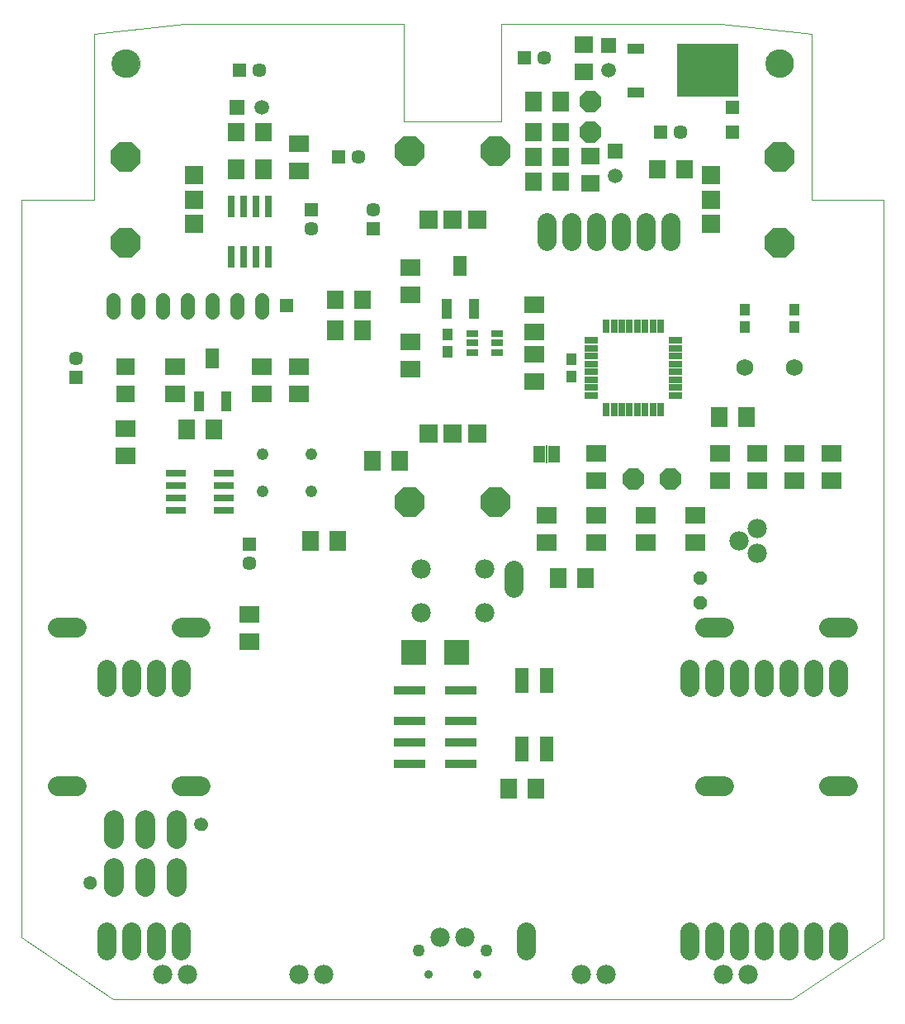
<source format=gts>
G75*
%MOIN*%
%OFA0B0*%
%FSLAX25Y25*%
%IPPOS*%
%LPD*%
%AMOC8*
5,1,8,0,0,1.08239X$1,22.5*
%
%ADD10C,0.00000*%
%ADD11R,0.05715X0.05715*%
%ADD12C,0.05715*%
%ADD13R,0.04337X0.04731*%
%ADD14R,0.07487X0.06699*%
%ADD15C,0.04900*%
%ADD16R,0.06699X0.07487*%
%ADD17C,0.05943*%
%ADD18R,0.05943X0.05943*%
%ADD19R,0.02800X0.09100*%
%ADD20C,0.07800*%
%ADD21R,0.06699X0.08274*%
%ADD22R,0.08274X0.06699*%
%ADD23R,0.03943X0.08274*%
%ADD24R,0.05518X0.08274*%
%ADD25R,0.00600X0.07200*%
%ADD26R,0.05000X0.06700*%
%ADD27R,0.07800X0.07800*%
%ADD28OC8,0.12211*%
%ADD29R,0.05600X0.05600*%
%ADD30C,0.05600*%
%ADD31R,0.08200X0.02600*%
%ADD32R,0.05400X0.02600*%
%ADD33R,0.02600X0.05400*%
%ADD34C,0.06900*%
%ADD35R,0.05124X0.02565*%
%ADD36C,0.07800*%
%ADD37OC8,0.05600*%
%ADD38R,0.12605X0.03550*%
%ADD39R,0.05400X0.10400*%
%ADD40C,0.08077*%
%ADD41R,0.06699X0.04337*%
%ADD42R,0.24809X0.21660*%
%ADD43OC8,0.08900*%
%ADD44R,0.09849X0.09849*%
%ADD45R,0.05400X0.05400*%
%ADD46C,0.05321*%
%ADD47C,0.03500*%
%ADD48C,0.05000*%
%ADD49C,0.11424*%
D10*
X0035161Y0051300D02*
X0035161Y0349135D01*
X0035161Y0051300D01*
X0072169Y0026300D01*
X0125280Y0026300D01*
X0238075Y0026300D01*
X0346185Y0026300D01*
X0383193Y0051103D01*
X0383193Y0349135D01*
X0354059Y0349135D01*
X0354059Y0416064D01*
X0317445Y0420001D01*
X0228862Y0420001D01*
X0228862Y0380631D01*
X0189492Y0380631D01*
X0189492Y0420001D01*
X0100909Y0420001D01*
X0064295Y0416064D01*
X0064295Y0349135D01*
X0035161Y0349135D01*
X0071775Y0404253D02*
X0071777Y0404401D01*
X0071783Y0404549D01*
X0071793Y0404697D01*
X0071807Y0404844D01*
X0071825Y0404991D01*
X0071846Y0405137D01*
X0071872Y0405283D01*
X0071902Y0405428D01*
X0071935Y0405572D01*
X0071973Y0405715D01*
X0072014Y0405857D01*
X0072059Y0405998D01*
X0072107Y0406138D01*
X0072160Y0406277D01*
X0072216Y0406414D01*
X0072276Y0406549D01*
X0072339Y0406683D01*
X0072406Y0406815D01*
X0072477Y0406945D01*
X0072551Y0407073D01*
X0072628Y0407199D01*
X0072709Y0407323D01*
X0072793Y0407445D01*
X0072880Y0407564D01*
X0072971Y0407681D01*
X0073065Y0407796D01*
X0073161Y0407908D01*
X0073261Y0408018D01*
X0073363Y0408124D01*
X0073469Y0408228D01*
X0073577Y0408329D01*
X0073688Y0408427D01*
X0073801Y0408523D01*
X0073917Y0408615D01*
X0074035Y0408704D01*
X0074156Y0408789D01*
X0074279Y0408872D01*
X0074404Y0408951D01*
X0074531Y0409027D01*
X0074660Y0409099D01*
X0074791Y0409168D01*
X0074924Y0409233D01*
X0075059Y0409294D01*
X0075195Y0409352D01*
X0075332Y0409407D01*
X0075471Y0409457D01*
X0075612Y0409504D01*
X0075753Y0409547D01*
X0075896Y0409587D01*
X0076040Y0409622D01*
X0076184Y0409654D01*
X0076330Y0409681D01*
X0076476Y0409705D01*
X0076623Y0409725D01*
X0076770Y0409741D01*
X0076917Y0409753D01*
X0077065Y0409761D01*
X0077213Y0409765D01*
X0077361Y0409765D01*
X0077509Y0409761D01*
X0077657Y0409753D01*
X0077804Y0409741D01*
X0077951Y0409725D01*
X0078098Y0409705D01*
X0078244Y0409681D01*
X0078390Y0409654D01*
X0078534Y0409622D01*
X0078678Y0409587D01*
X0078821Y0409547D01*
X0078962Y0409504D01*
X0079103Y0409457D01*
X0079242Y0409407D01*
X0079379Y0409352D01*
X0079515Y0409294D01*
X0079650Y0409233D01*
X0079783Y0409168D01*
X0079914Y0409099D01*
X0080043Y0409027D01*
X0080170Y0408951D01*
X0080295Y0408872D01*
X0080418Y0408789D01*
X0080539Y0408704D01*
X0080657Y0408615D01*
X0080773Y0408523D01*
X0080886Y0408427D01*
X0080997Y0408329D01*
X0081105Y0408228D01*
X0081211Y0408124D01*
X0081313Y0408018D01*
X0081413Y0407908D01*
X0081509Y0407796D01*
X0081603Y0407681D01*
X0081694Y0407564D01*
X0081781Y0407445D01*
X0081865Y0407323D01*
X0081946Y0407199D01*
X0082023Y0407073D01*
X0082097Y0406945D01*
X0082168Y0406815D01*
X0082235Y0406683D01*
X0082298Y0406549D01*
X0082358Y0406414D01*
X0082414Y0406277D01*
X0082467Y0406138D01*
X0082515Y0405998D01*
X0082560Y0405857D01*
X0082601Y0405715D01*
X0082639Y0405572D01*
X0082672Y0405428D01*
X0082702Y0405283D01*
X0082728Y0405137D01*
X0082749Y0404991D01*
X0082767Y0404844D01*
X0082781Y0404697D01*
X0082791Y0404549D01*
X0082797Y0404401D01*
X0082799Y0404253D01*
X0082797Y0404105D01*
X0082791Y0403957D01*
X0082781Y0403809D01*
X0082767Y0403662D01*
X0082749Y0403515D01*
X0082728Y0403369D01*
X0082702Y0403223D01*
X0082672Y0403078D01*
X0082639Y0402934D01*
X0082601Y0402791D01*
X0082560Y0402649D01*
X0082515Y0402508D01*
X0082467Y0402368D01*
X0082414Y0402229D01*
X0082358Y0402092D01*
X0082298Y0401957D01*
X0082235Y0401823D01*
X0082168Y0401691D01*
X0082097Y0401561D01*
X0082023Y0401433D01*
X0081946Y0401307D01*
X0081865Y0401183D01*
X0081781Y0401061D01*
X0081694Y0400942D01*
X0081603Y0400825D01*
X0081509Y0400710D01*
X0081413Y0400598D01*
X0081313Y0400488D01*
X0081211Y0400382D01*
X0081105Y0400278D01*
X0080997Y0400177D01*
X0080886Y0400079D01*
X0080773Y0399983D01*
X0080657Y0399891D01*
X0080539Y0399802D01*
X0080418Y0399717D01*
X0080295Y0399634D01*
X0080170Y0399555D01*
X0080043Y0399479D01*
X0079914Y0399407D01*
X0079783Y0399338D01*
X0079650Y0399273D01*
X0079515Y0399212D01*
X0079379Y0399154D01*
X0079242Y0399099D01*
X0079103Y0399049D01*
X0078962Y0399002D01*
X0078821Y0398959D01*
X0078678Y0398919D01*
X0078534Y0398884D01*
X0078390Y0398852D01*
X0078244Y0398825D01*
X0078098Y0398801D01*
X0077951Y0398781D01*
X0077804Y0398765D01*
X0077657Y0398753D01*
X0077509Y0398745D01*
X0077361Y0398741D01*
X0077213Y0398741D01*
X0077065Y0398745D01*
X0076917Y0398753D01*
X0076770Y0398765D01*
X0076623Y0398781D01*
X0076476Y0398801D01*
X0076330Y0398825D01*
X0076184Y0398852D01*
X0076040Y0398884D01*
X0075896Y0398919D01*
X0075753Y0398959D01*
X0075612Y0399002D01*
X0075471Y0399049D01*
X0075332Y0399099D01*
X0075195Y0399154D01*
X0075059Y0399212D01*
X0074924Y0399273D01*
X0074791Y0399338D01*
X0074660Y0399407D01*
X0074531Y0399479D01*
X0074404Y0399555D01*
X0074279Y0399634D01*
X0074156Y0399717D01*
X0074035Y0399802D01*
X0073917Y0399891D01*
X0073801Y0399983D01*
X0073688Y0400079D01*
X0073577Y0400177D01*
X0073469Y0400278D01*
X0073363Y0400382D01*
X0073261Y0400488D01*
X0073161Y0400598D01*
X0073065Y0400710D01*
X0072971Y0400825D01*
X0072880Y0400942D01*
X0072793Y0401061D01*
X0072709Y0401183D01*
X0072628Y0401307D01*
X0072551Y0401433D01*
X0072477Y0401561D01*
X0072406Y0401691D01*
X0072339Y0401823D01*
X0072276Y0401957D01*
X0072216Y0402092D01*
X0072160Y0402229D01*
X0072107Y0402368D01*
X0072059Y0402508D01*
X0072014Y0402649D01*
X0071973Y0402791D01*
X0071935Y0402934D01*
X0071902Y0403078D01*
X0071872Y0403223D01*
X0071846Y0403369D01*
X0071825Y0403515D01*
X0071807Y0403662D01*
X0071793Y0403809D01*
X0071783Y0403957D01*
X0071777Y0404105D01*
X0071775Y0404253D01*
X0335555Y0404253D02*
X0335557Y0404401D01*
X0335563Y0404549D01*
X0335573Y0404697D01*
X0335587Y0404844D01*
X0335605Y0404991D01*
X0335626Y0405137D01*
X0335652Y0405283D01*
X0335682Y0405428D01*
X0335715Y0405572D01*
X0335753Y0405715D01*
X0335794Y0405857D01*
X0335839Y0405998D01*
X0335887Y0406138D01*
X0335940Y0406277D01*
X0335996Y0406414D01*
X0336056Y0406549D01*
X0336119Y0406683D01*
X0336186Y0406815D01*
X0336257Y0406945D01*
X0336331Y0407073D01*
X0336408Y0407199D01*
X0336489Y0407323D01*
X0336573Y0407445D01*
X0336660Y0407564D01*
X0336751Y0407681D01*
X0336845Y0407796D01*
X0336941Y0407908D01*
X0337041Y0408018D01*
X0337143Y0408124D01*
X0337249Y0408228D01*
X0337357Y0408329D01*
X0337468Y0408427D01*
X0337581Y0408523D01*
X0337697Y0408615D01*
X0337815Y0408704D01*
X0337936Y0408789D01*
X0338059Y0408872D01*
X0338184Y0408951D01*
X0338311Y0409027D01*
X0338440Y0409099D01*
X0338571Y0409168D01*
X0338704Y0409233D01*
X0338839Y0409294D01*
X0338975Y0409352D01*
X0339112Y0409407D01*
X0339251Y0409457D01*
X0339392Y0409504D01*
X0339533Y0409547D01*
X0339676Y0409587D01*
X0339820Y0409622D01*
X0339964Y0409654D01*
X0340110Y0409681D01*
X0340256Y0409705D01*
X0340403Y0409725D01*
X0340550Y0409741D01*
X0340697Y0409753D01*
X0340845Y0409761D01*
X0340993Y0409765D01*
X0341141Y0409765D01*
X0341289Y0409761D01*
X0341437Y0409753D01*
X0341584Y0409741D01*
X0341731Y0409725D01*
X0341878Y0409705D01*
X0342024Y0409681D01*
X0342170Y0409654D01*
X0342314Y0409622D01*
X0342458Y0409587D01*
X0342601Y0409547D01*
X0342742Y0409504D01*
X0342883Y0409457D01*
X0343022Y0409407D01*
X0343159Y0409352D01*
X0343295Y0409294D01*
X0343430Y0409233D01*
X0343563Y0409168D01*
X0343694Y0409099D01*
X0343823Y0409027D01*
X0343950Y0408951D01*
X0344075Y0408872D01*
X0344198Y0408789D01*
X0344319Y0408704D01*
X0344437Y0408615D01*
X0344553Y0408523D01*
X0344666Y0408427D01*
X0344777Y0408329D01*
X0344885Y0408228D01*
X0344991Y0408124D01*
X0345093Y0408018D01*
X0345193Y0407908D01*
X0345289Y0407796D01*
X0345383Y0407681D01*
X0345474Y0407564D01*
X0345561Y0407445D01*
X0345645Y0407323D01*
X0345726Y0407199D01*
X0345803Y0407073D01*
X0345877Y0406945D01*
X0345948Y0406815D01*
X0346015Y0406683D01*
X0346078Y0406549D01*
X0346138Y0406414D01*
X0346194Y0406277D01*
X0346247Y0406138D01*
X0346295Y0405998D01*
X0346340Y0405857D01*
X0346381Y0405715D01*
X0346419Y0405572D01*
X0346452Y0405428D01*
X0346482Y0405283D01*
X0346508Y0405137D01*
X0346529Y0404991D01*
X0346547Y0404844D01*
X0346561Y0404697D01*
X0346571Y0404549D01*
X0346577Y0404401D01*
X0346579Y0404253D01*
X0346577Y0404105D01*
X0346571Y0403957D01*
X0346561Y0403809D01*
X0346547Y0403662D01*
X0346529Y0403515D01*
X0346508Y0403369D01*
X0346482Y0403223D01*
X0346452Y0403078D01*
X0346419Y0402934D01*
X0346381Y0402791D01*
X0346340Y0402649D01*
X0346295Y0402508D01*
X0346247Y0402368D01*
X0346194Y0402229D01*
X0346138Y0402092D01*
X0346078Y0401957D01*
X0346015Y0401823D01*
X0345948Y0401691D01*
X0345877Y0401561D01*
X0345803Y0401433D01*
X0345726Y0401307D01*
X0345645Y0401183D01*
X0345561Y0401061D01*
X0345474Y0400942D01*
X0345383Y0400825D01*
X0345289Y0400710D01*
X0345193Y0400598D01*
X0345093Y0400488D01*
X0344991Y0400382D01*
X0344885Y0400278D01*
X0344777Y0400177D01*
X0344666Y0400079D01*
X0344553Y0399983D01*
X0344437Y0399891D01*
X0344319Y0399802D01*
X0344198Y0399717D01*
X0344075Y0399634D01*
X0343950Y0399555D01*
X0343823Y0399479D01*
X0343694Y0399407D01*
X0343563Y0399338D01*
X0343430Y0399273D01*
X0343295Y0399212D01*
X0343159Y0399154D01*
X0343022Y0399099D01*
X0342883Y0399049D01*
X0342742Y0399002D01*
X0342601Y0398959D01*
X0342458Y0398919D01*
X0342314Y0398884D01*
X0342170Y0398852D01*
X0342024Y0398825D01*
X0341878Y0398801D01*
X0341731Y0398781D01*
X0341584Y0398765D01*
X0341437Y0398753D01*
X0341289Y0398745D01*
X0341141Y0398741D01*
X0340993Y0398741D01*
X0340845Y0398745D01*
X0340697Y0398753D01*
X0340550Y0398765D01*
X0340403Y0398781D01*
X0340256Y0398801D01*
X0340110Y0398825D01*
X0339964Y0398852D01*
X0339820Y0398884D01*
X0339676Y0398919D01*
X0339533Y0398959D01*
X0339392Y0399002D01*
X0339251Y0399049D01*
X0339112Y0399099D01*
X0338975Y0399154D01*
X0338839Y0399212D01*
X0338704Y0399273D01*
X0338571Y0399338D01*
X0338440Y0399407D01*
X0338311Y0399479D01*
X0338184Y0399555D01*
X0338059Y0399634D01*
X0337936Y0399717D01*
X0337815Y0399802D01*
X0337697Y0399891D01*
X0337581Y0399983D01*
X0337468Y0400079D01*
X0337357Y0400177D01*
X0337249Y0400278D01*
X0337143Y0400382D01*
X0337041Y0400488D01*
X0336941Y0400598D01*
X0336845Y0400710D01*
X0336751Y0400825D01*
X0336660Y0400942D01*
X0336573Y0401061D01*
X0336489Y0401183D01*
X0336408Y0401307D01*
X0336331Y0401433D01*
X0336257Y0401561D01*
X0336186Y0401691D01*
X0336119Y0401823D01*
X0336056Y0401957D01*
X0335996Y0402092D01*
X0335940Y0402229D01*
X0335887Y0402368D01*
X0335839Y0402508D01*
X0335794Y0402649D01*
X0335753Y0402791D01*
X0335715Y0402934D01*
X0335682Y0403078D01*
X0335652Y0403223D01*
X0335626Y0403369D01*
X0335605Y0403515D01*
X0335587Y0403662D01*
X0335573Y0403809D01*
X0335563Y0403957D01*
X0335557Y0404105D01*
X0335555Y0404253D01*
X0105141Y0097166D02*
X0105143Y0097265D01*
X0105149Y0097364D01*
X0105159Y0097463D01*
X0105173Y0097561D01*
X0105191Y0097658D01*
X0105213Y0097755D01*
X0105238Y0097851D01*
X0105268Y0097945D01*
X0105301Y0098039D01*
X0105338Y0098131D01*
X0105379Y0098221D01*
X0105423Y0098310D01*
X0105471Y0098396D01*
X0105522Y0098481D01*
X0105577Y0098564D01*
X0105635Y0098644D01*
X0105696Y0098722D01*
X0105760Y0098798D01*
X0105827Y0098871D01*
X0105897Y0098941D01*
X0105970Y0099008D01*
X0106046Y0099072D01*
X0106124Y0099133D01*
X0106204Y0099191D01*
X0106287Y0099246D01*
X0106371Y0099297D01*
X0106458Y0099345D01*
X0106547Y0099389D01*
X0106637Y0099430D01*
X0106729Y0099467D01*
X0106823Y0099500D01*
X0106917Y0099530D01*
X0107013Y0099555D01*
X0107110Y0099577D01*
X0107207Y0099595D01*
X0107305Y0099609D01*
X0107404Y0099619D01*
X0107503Y0099625D01*
X0107602Y0099627D01*
X0107701Y0099625D01*
X0107800Y0099619D01*
X0107899Y0099609D01*
X0107997Y0099595D01*
X0108094Y0099577D01*
X0108191Y0099555D01*
X0108287Y0099530D01*
X0108381Y0099500D01*
X0108475Y0099467D01*
X0108567Y0099430D01*
X0108657Y0099389D01*
X0108746Y0099345D01*
X0108832Y0099297D01*
X0108917Y0099246D01*
X0109000Y0099191D01*
X0109080Y0099133D01*
X0109158Y0099072D01*
X0109234Y0099008D01*
X0109307Y0098941D01*
X0109377Y0098871D01*
X0109444Y0098798D01*
X0109508Y0098722D01*
X0109569Y0098644D01*
X0109627Y0098564D01*
X0109682Y0098481D01*
X0109733Y0098397D01*
X0109781Y0098310D01*
X0109825Y0098221D01*
X0109866Y0098131D01*
X0109903Y0098039D01*
X0109936Y0097945D01*
X0109966Y0097851D01*
X0109991Y0097755D01*
X0110013Y0097658D01*
X0110031Y0097561D01*
X0110045Y0097463D01*
X0110055Y0097364D01*
X0110061Y0097265D01*
X0110063Y0097166D01*
X0110061Y0097067D01*
X0110055Y0096968D01*
X0110045Y0096869D01*
X0110031Y0096771D01*
X0110013Y0096674D01*
X0109991Y0096577D01*
X0109966Y0096481D01*
X0109936Y0096387D01*
X0109903Y0096293D01*
X0109866Y0096201D01*
X0109825Y0096111D01*
X0109781Y0096022D01*
X0109733Y0095936D01*
X0109682Y0095851D01*
X0109627Y0095768D01*
X0109569Y0095688D01*
X0109508Y0095610D01*
X0109444Y0095534D01*
X0109377Y0095461D01*
X0109307Y0095391D01*
X0109234Y0095324D01*
X0109158Y0095260D01*
X0109080Y0095199D01*
X0109000Y0095141D01*
X0108917Y0095086D01*
X0108833Y0095035D01*
X0108746Y0094987D01*
X0108657Y0094943D01*
X0108567Y0094902D01*
X0108475Y0094865D01*
X0108381Y0094832D01*
X0108287Y0094802D01*
X0108191Y0094777D01*
X0108094Y0094755D01*
X0107997Y0094737D01*
X0107899Y0094723D01*
X0107800Y0094713D01*
X0107701Y0094707D01*
X0107602Y0094705D01*
X0107503Y0094707D01*
X0107404Y0094713D01*
X0107305Y0094723D01*
X0107207Y0094737D01*
X0107110Y0094755D01*
X0107013Y0094777D01*
X0106917Y0094802D01*
X0106823Y0094832D01*
X0106729Y0094865D01*
X0106637Y0094902D01*
X0106547Y0094943D01*
X0106458Y0094987D01*
X0106372Y0095035D01*
X0106287Y0095086D01*
X0106204Y0095141D01*
X0106124Y0095199D01*
X0106046Y0095260D01*
X0105970Y0095324D01*
X0105897Y0095391D01*
X0105827Y0095461D01*
X0105760Y0095534D01*
X0105696Y0095610D01*
X0105635Y0095688D01*
X0105577Y0095768D01*
X0105522Y0095851D01*
X0105471Y0095935D01*
X0105423Y0096022D01*
X0105379Y0096111D01*
X0105338Y0096201D01*
X0105301Y0096293D01*
X0105268Y0096387D01*
X0105238Y0096481D01*
X0105213Y0096577D01*
X0105191Y0096674D01*
X0105173Y0096771D01*
X0105159Y0096869D01*
X0105149Y0096968D01*
X0105143Y0097067D01*
X0105141Y0097166D01*
X0060259Y0073544D02*
X0060261Y0073643D01*
X0060267Y0073742D01*
X0060277Y0073841D01*
X0060291Y0073939D01*
X0060309Y0074036D01*
X0060331Y0074133D01*
X0060356Y0074229D01*
X0060386Y0074323D01*
X0060419Y0074417D01*
X0060456Y0074509D01*
X0060497Y0074599D01*
X0060541Y0074688D01*
X0060589Y0074774D01*
X0060640Y0074859D01*
X0060695Y0074942D01*
X0060753Y0075022D01*
X0060814Y0075100D01*
X0060878Y0075176D01*
X0060945Y0075249D01*
X0061015Y0075319D01*
X0061088Y0075386D01*
X0061164Y0075450D01*
X0061242Y0075511D01*
X0061322Y0075569D01*
X0061405Y0075624D01*
X0061489Y0075675D01*
X0061576Y0075723D01*
X0061665Y0075767D01*
X0061755Y0075808D01*
X0061847Y0075845D01*
X0061941Y0075878D01*
X0062035Y0075908D01*
X0062131Y0075933D01*
X0062228Y0075955D01*
X0062325Y0075973D01*
X0062423Y0075987D01*
X0062522Y0075997D01*
X0062621Y0076003D01*
X0062720Y0076005D01*
X0062819Y0076003D01*
X0062918Y0075997D01*
X0063017Y0075987D01*
X0063115Y0075973D01*
X0063212Y0075955D01*
X0063309Y0075933D01*
X0063405Y0075908D01*
X0063499Y0075878D01*
X0063593Y0075845D01*
X0063685Y0075808D01*
X0063775Y0075767D01*
X0063864Y0075723D01*
X0063950Y0075675D01*
X0064035Y0075624D01*
X0064118Y0075569D01*
X0064198Y0075511D01*
X0064276Y0075450D01*
X0064352Y0075386D01*
X0064425Y0075319D01*
X0064495Y0075249D01*
X0064562Y0075176D01*
X0064626Y0075100D01*
X0064687Y0075022D01*
X0064745Y0074942D01*
X0064800Y0074859D01*
X0064851Y0074775D01*
X0064899Y0074688D01*
X0064943Y0074599D01*
X0064984Y0074509D01*
X0065021Y0074417D01*
X0065054Y0074323D01*
X0065084Y0074229D01*
X0065109Y0074133D01*
X0065131Y0074036D01*
X0065149Y0073939D01*
X0065163Y0073841D01*
X0065173Y0073742D01*
X0065179Y0073643D01*
X0065181Y0073544D01*
X0065179Y0073445D01*
X0065173Y0073346D01*
X0065163Y0073247D01*
X0065149Y0073149D01*
X0065131Y0073052D01*
X0065109Y0072955D01*
X0065084Y0072859D01*
X0065054Y0072765D01*
X0065021Y0072671D01*
X0064984Y0072579D01*
X0064943Y0072489D01*
X0064899Y0072400D01*
X0064851Y0072314D01*
X0064800Y0072229D01*
X0064745Y0072146D01*
X0064687Y0072066D01*
X0064626Y0071988D01*
X0064562Y0071912D01*
X0064495Y0071839D01*
X0064425Y0071769D01*
X0064352Y0071702D01*
X0064276Y0071638D01*
X0064198Y0071577D01*
X0064118Y0071519D01*
X0064035Y0071464D01*
X0063951Y0071413D01*
X0063864Y0071365D01*
X0063775Y0071321D01*
X0063685Y0071280D01*
X0063593Y0071243D01*
X0063499Y0071210D01*
X0063405Y0071180D01*
X0063309Y0071155D01*
X0063212Y0071133D01*
X0063115Y0071115D01*
X0063017Y0071101D01*
X0062918Y0071091D01*
X0062819Y0071085D01*
X0062720Y0071083D01*
X0062621Y0071085D01*
X0062522Y0071091D01*
X0062423Y0071101D01*
X0062325Y0071115D01*
X0062228Y0071133D01*
X0062131Y0071155D01*
X0062035Y0071180D01*
X0061941Y0071210D01*
X0061847Y0071243D01*
X0061755Y0071280D01*
X0061665Y0071321D01*
X0061576Y0071365D01*
X0061490Y0071413D01*
X0061405Y0071464D01*
X0061322Y0071519D01*
X0061242Y0071577D01*
X0061164Y0071638D01*
X0061088Y0071702D01*
X0061015Y0071769D01*
X0060945Y0071839D01*
X0060878Y0071912D01*
X0060814Y0071988D01*
X0060753Y0072066D01*
X0060695Y0072146D01*
X0060640Y0072229D01*
X0060589Y0072313D01*
X0060541Y0072400D01*
X0060497Y0072489D01*
X0060456Y0072579D01*
X0060419Y0072671D01*
X0060386Y0072765D01*
X0060356Y0072859D01*
X0060331Y0072955D01*
X0060309Y0073052D01*
X0060291Y0073149D01*
X0060277Y0073247D01*
X0060267Y0073346D01*
X0060261Y0073445D01*
X0060259Y0073544D01*
X0125280Y0026300D02*
X0238075Y0026300D01*
D11*
X0127169Y0210237D03*
X0057169Y0277363D03*
X0152169Y0345237D03*
X0163232Y0366300D03*
X0177169Y0337363D03*
X0123232Y0401300D03*
X0238232Y0406300D03*
X0293232Y0376300D03*
D12*
X0301106Y0376300D03*
X0246106Y0406300D03*
X0177169Y0345237D03*
X0171106Y0366300D03*
X0152169Y0337363D03*
X0131106Y0401300D03*
X0057169Y0285237D03*
X0127169Y0202363D03*
D13*
X0207169Y0287954D03*
X0207169Y0294646D03*
X0257169Y0284646D03*
X0257169Y0277954D03*
X0327169Y0297954D03*
X0327169Y0304646D03*
X0347169Y0304646D03*
X0347169Y0297954D03*
D14*
X0264669Y0355788D03*
X0264669Y0366812D03*
X0262169Y0400788D03*
X0262169Y0411812D03*
X0077169Y0281812D03*
X0077169Y0270788D03*
D15*
X0132327Y0246300D03*
X0132327Y0231300D03*
X0152012Y0231300D03*
X0152012Y0246300D03*
D16*
X0161657Y0308800D03*
X0172681Y0308800D03*
X0132681Y0376300D03*
X0121657Y0376300D03*
X0241657Y0376300D03*
X0241657Y0366300D03*
X0241657Y0356300D03*
X0252681Y0356300D03*
X0252681Y0366300D03*
X0252681Y0376300D03*
X0291657Y0361300D03*
X0302681Y0361300D03*
D17*
X0274669Y0358800D03*
X0272169Y0401300D03*
X0132169Y0386300D03*
D18*
X0122169Y0386300D03*
X0272169Y0411300D03*
X0274669Y0368800D03*
D19*
X0134669Y0346600D03*
X0129669Y0346600D03*
X0124669Y0346600D03*
X0119669Y0346600D03*
X0119669Y0326000D03*
X0124669Y0326000D03*
X0129669Y0326000D03*
X0134669Y0326000D03*
D20*
X0247169Y0332600D02*
X0247169Y0340000D01*
X0257169Y0340000D02*
X0257169Y0332600D01*
X0267169Y0332600D02*
X0267169Y0340000D01*
X0277169Y0340000D02*
X0277169Y0332600D01*
X0287169Y0332600D02*
X0287169Y0340000D01*
X0297169Y0340000D02*
X0297169Y0332600D01*
X0233705Y0199921D02*
X0233705Y0192521D01*
X0304689Y0159921D02*
X0304689Y0152521D01*
X0314689Y0152521D02*
X0314689Y0159921D01*
X0324689Y0159921D02*
X0324689Y0152521D01*
X0334689Y0152521D02*
X0334689Y0159921D01*
X0344689Y0159921D02*
X0344689Y0152521D01*
X0354689Y0152521D02*
X0354689Y0159921D01*
X0364689Y0159921D02*
X0364689Y0152521D01*
X0364689Y0053622D02*
X0364689Y0046222D01*
X0354689Y0046222D02*
X0354689Y0053622D01*
X0344689Y0053622D02*
X0344689Y0046222D01*
X0334689Y0046222D02*
X0334689Y0053622D01*
X0324689Y0053622D02*
X0324689Y0046222D01*
X0314689Y0046222D02*
X0314689Y0053622D01*
X0304689Y0053622D02*
X0304689Y0046222D01*
X0238705Y0046222D02*
X0238705Y0053622D01*
X0099413Y0053622D02*
X0099413Y0046222D01*
X0089413Y0046222D02*
X0089413Y0053622D01*
X0079413Y0053622D02*
X0079413Y0046222D01*
X0069413Y0046222D02*
X0069413Y0053622D01*
X0069413Y0152521D02*
X0069413Y0159921D01*
X0079413Y0159921D02*
X0079413Y0152521D01*
X0089413Y0152521D02*
X0089413Y0159921D01*
X0099413Y0159921D02*
X0099413Y0152521D01*
D21*
X0151657Y0211300D03*
X0162681Y0211300D03*
X0176657Y0243800D03*
X0187681Y0243800D03*
X0172681Y0296300D03*
X0161657Y0296300D03*
X0112681Y0256300D03*
X0101657Y0256300D03*
X0121657Y0361300D03*
X0132681Y0361300D03*
X0241657Y0388800D03*
X0252681Y0388800D03*
X0316657Y0261300D03*
X0327681Y0261300D03*
X0262681Y0196300D03*
X0251657Y0196300D03*
X0242681Y0111300D03*
X0231657Y0111300D03*
D22*
X0247169Y0210788D03*
X0247169Y0221812D03*
X0267169Y0221812D03*
X0267169Y0210788D03*
X0287169Y0210788D03*
X0287169Y0221812D03*
X0307169Y0221812D03*
X0307169Y0210788D03*
X0317169Y0235788D03*
X0317169Y0246812D03*
X0332169Y0246812D03*
X0332169Y0235788D03*
X0347169Y0235788D03*
X0347169Y0246812D03*
X0362169Y0246812D03*
X0362169Y0235788D03*
X0267169Y0235788D03*
X0267169Y0246812D03*
X0242169Y0275788D03*
X0242169Y0286812D03*
X0242169Y0295788D03*
X0242169Y0306812D03*
X0192169Y0310788D03*
X0192169Y0321812D03*
X0192169Y0291812D03*
X0192169Y0280788D03*
X0147169Y0281812D03*
X0147169Y0270788D03*
X0132169Y0270788D03*
X0132169Y0281812D03*
X0097169Y0281812D03*
X0097169Y0270788D03*
X0077169Y0256812D03*
X0077169Y0245788D03*
X0127169Y0181812D03*
X0127169Y0170788D03*
X0147169Y0360788D03*
X0147169Y0371812D03*
D23*
X0206657Y0305139D03*
X0217681Y0305139D03*
X0117681Y0267639D03*
X0106657Y0267639D03*
D24*
X0112169Y0284961D03*
X0212169Y0322461D03*
D25*
X0247169Y0246300D03*
D26*
X0244169Y0246300D03*
X0250169Y0246300D03*
D27*
X0219020Y0254646D03*
X0209177Y0254646D03*
X0199335Y0254646D03*
X0199335Y0341261D03*
X0209177Y0341261D03*
X0219020Y0341261D03*
X0313508Y0339292D03*
X0313508Y0349135D03*
X0313508Y0358977D03*
X0104846Y0358977D03*
X0104846Y0349135D03*
X0104846Y0339292D03*
D28*
X0077287Y0331812D03*
X0077287Y0366457D03*
X0191854Y0368820D03*
X0226500Y0368820D03*
X0341067Y0366457D03*
X0341067Y0331812D03*
X0226500Y0227087D03*
X0191854Y0227087D03*
D29*
X0142169Y0306300D03*
D30*
X0132169Y0308900D02*
X0132169Y0303700D01*
X0122169Y0303700D02*
X0122169Y0308900D01*
X0112169Y0308900D02*
X0112169Y0303700D01*
X0102169Y0303700D02*
X0102169Y0308900D01*
X0092169Y0308900D02*
X0092169Y0303700D01*
X0082169Y0303700D02*
X0082169Y0308900D01*
X0072169Y0308900D02*
X0072169Y0303700D01*
D31*
X0097469Y0238800D03*
X0097469Y0233800D03*
X0097469Y0228800D03*
X0097469Y0223800D03*
X0116869Y0223800D03*
X0116869Y0228800D03*
X0116869Y0233800D03*
X0116869Y0238800D03*
D32*
X0265269Y0270276D03*
X0265269Y0273426D03*
X0265269Y0276576D03*
X0265269Y0279725D03*
X0265269Y0282875D03*
X0265269Y0286024D03*
X0265269Y0289174D03*
X0265269Y0292324D03*
X0299069Y0292324D03*
X0299069Y0289174D03*
X0299069Y0286024D03*
X0299069Y0282875D03*
X0299069Y0279725D03*
X0299069Y0276576D03*
X0299069Y0273426D03*
X0299069Y0270276D03*
D33*
X0293193Y0264400D03*
X0290043Y0264400D03*
X0286894Y0264400D03*
X0283744Y0264400D03*
X0280594Y0264400D03*
X0277445Y0264400D03*
X0274295Y0264400D03*
X0271146Y0264400D03*
X0271146Y0298200D03*
X0274295Y0298200D03*
X0277445Y0298200D03*
X0280594Y0298200D03*
X0283744Y0298200D03*
X0286894Y0298200D03*
X0290043Y0298200D03*
X0293193Y0298200D03*
D34*
X0327169Y0281300D03*
X0347169Y0281300D03*
D35*
X0227288Y0287560D03*
X0227288Y0291300D03*
X0227288Y0295040D03*
X0217051Y0295040D03*
X0217051Y0291300D03*
X0217051Y0287560D03*
D36*
X0221977Y0200200D03*
X0221977Y0182400D03*
X0196377Y0182400D03*
X0196377Y0200200D03*
X0324669Y0211300D03*
X0332169Y0206300D03*
X0332169Y0216300D03*
X0214177Y0051300D03*
X0204177Y0051300D03*
X0157169Y0036300D03*
X0147169Y0036300D03*
X0102169Y0036300D03*
X0092169Y0036300D03*
X0261264Y0036300D03*
X0271264Y0036300D03*
X0318350Y0036300D03*
X0328350Y0036300D03*
D37*
X0309177Y0186300D03*
X0309177Y0196300D03*
D38*
X0212602Y0151261D03*
X0212602Y0138662D03*
X0212602Y0130001D03*
X0212602Y0121339D03*
X0191736Y0121339D03*
X0191736Y0130001D03*
X0191736Y0138662D03*
X0191736Y0151261D03*
D39*
X0237169Y0155080D03*
X0247169Y0155080D03*
X0247169Y0127520D03*
X0237169Y0127520D03*
D40*
X0311126Y0112461D02*
X0318803Y0112461D01*
X0361126Y0112461D02*
X0368803Y0112461D01*
X0368803Y0176359D02*
X0361126Y0176359D01*
X0318803Y0176359D02*
X0311126Y0176359D01*
X0107307Y0176359D02*
X0099630Y0176359D01*
X0057307Y0176359D02*
X0049630Y0176359D01*
X0049630Y0112461D02*
X0057307Y0112461D01*
X0072563Y0098938D02*
X0072563Y0091261D01*
X0072563Y0079450D02*
X0072563Y0071772D01*
X0085161Y0071772D02*
X0085161Y0079450D01*
X0085161Y0091261D02*
X0085161Y0098938D01*
X0097760Y0098938D02*
X0097760Y0091261D01*
X0097760Y0079450D02*
X0097760Y0071772D01*
X0099630Y0112461D02*
X0107307Y0112461D01*
D41*
X0283272Y0392324D03*
X0283272Y0410276D03*
D42*
X0312012Y0401300D03*
D43*
X0264669Y0388800D03*
X0264669Y0376300D03*
X0282169Y0236300D03*
X0297169Y0236300D03*
D44*
X0210831Y0166300D03*
X0193508Y0166300D03*
D45*
X0322169Y0376300D03*
X0322169Y0386300D03*
D46*
X0107602Y0097166D03*
X0062720Y0073544D03*
D47*
X0199335Y0036300D03*
X0219020Y0036300D03*
D48*
X0222957Y0046143D03*
X0195398Y0046143D03*
D49*
X0077287Y0404253D03*
X0341067Y0404253D03*
M02*

</source>
